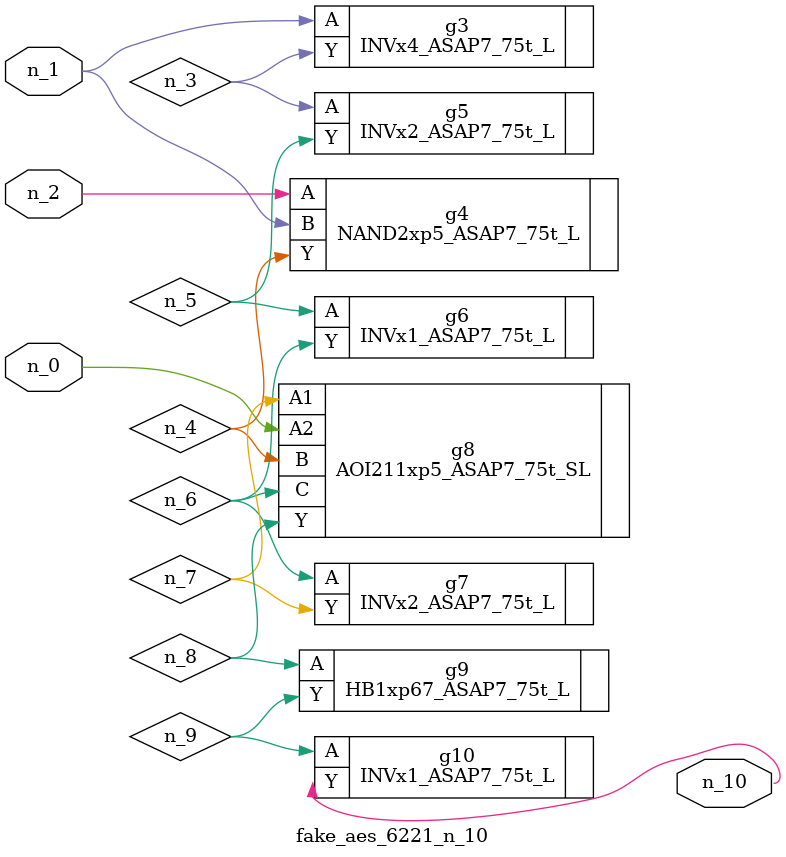
<source format=v>
module fake_aes_6221_n_10 (n_1, n_2, n_0, n_10);
input n_1;
input n_2;
input n_0;
output n_10;
wire n_6;
wire n_4;
wire n_3;
wire n_9;
wire n_5;
wire n_7;
wire n_8;
INVx4_ASAP7_75t_L g3 ( .A(n_1), .Y(n_3) );
NAND2xp5_ASAP7_75t_L g4 ( .A(n_2), .B(n_1), .Y(n_4) );
INVx2_ASAP7_75t_L g5 ( .A(n_3), .Y(n_5) );
INVx1_ASAP7_75t_L g6 ( .A(n_5), .Y(n_6) );
INVx2_ASAP7_75t_L g7 ( .A(n_6), .Y(n_7) );
AOI211xp5_ASAP7_75t_SL g8 ( .A1(n_7), .A2(n_0), .B(n_4), .C(n_6), .Y(n_8) );
HB1xp67_ASAP7_75t_L g9 ( .A(n_8), .Y(n_9) );
INVx1_ASAP7_75t_L g10 ( .A(n_9), .Y(n_10) );
endmodule
</source>
